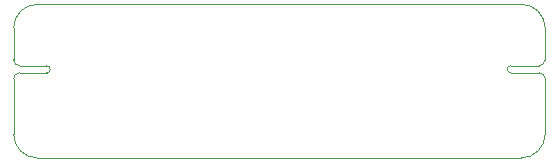
<source format=gbr>
%TF.GenerationSoftware,KiCad,Pcbnew,7.0.9*%
%TF.CreationDate,2024-06-23T02:13:20+02:00*%
%TF.ProjectId,board,626f6172-642e-46b6-9963-61645f706362,rev?*%
%TF.SameCoordinates,Original*%
%TF.FileFunction,Profile,NP*%
%FSLAX46Y46*%
G04 Gerber Fmt 4.6, Leading zero omitted, Abs format (unit mm)*
G04 Created by KiCad (PCBNEW 7.0.9) date 2024-06-23 02:13:20*
%MOMM*%
%LPD*%
G01*
G04 APERTURE LIST*
%TA.AperFunction,Profile*%
%ADD10C,0.050000*%
%TD*%
G04 APERTURE END LIST*
D10*
X142000000Y-90000000D02*
X183000000Y-90000000D01*
X183000000Y-103000000D02*
G75*
G03*
X185000000Y-101000000I0J2000000D01*
G01*
X183000000Y-103000000D02*
X142000000Y-103000000D01*
X185000000Y-92000000D02*
G75*
G03*
X183000000Y-90000000I-2000000J0D01*
G01*
X140000000Y-101000000D02*
G75*
G03*
X142000000Y-103000000I2000000J0D01*
G01*
X185000000Y-92500000D02*
X185000000Y-92000000D01*
X140000000Y-92500000D02*
X140000000Y-92000000D01*
X140000000Y-101000000D02*
X140000000Y-100500000D01*
X142000000Y-90000000D02*
G75*
G03*
X140000000Y-92000000I0J-2000000D01*
G01*
X185000000Y-101000000D02*
X185000000Y-100500000D01*
%TO.C,J1*%
X185000000Y-92500000D02*
X185000000Y-94700000D01*
X184500000Y-95200000D02*
X182100000Y-95200000D01*
X182100000Y-95800000D02*
X184500000Y-95800000D01*
X185000000Y-96300000D02*
X185000000Y-100500000D01*
X184500000Y-95200000D02*
G75*
G03*
X185000000Y-94700000I-1J500001D01*
G01*
X185000000Y-96300000D02*
G75*
G03*
X184500000Y-95800000I-500001J-1D01*
G01*
X182100000Y-95200000D02*
G75*
G03*
X182100000Y-95800000I0J-300000D01*
G01*
%TO.C,J2*%
X140000000Y-92500000D02*
X140000000Y-94700000D01*
X142800000Y-95200000D02*
X140500000Y-95200000D01*
X140500000Y-95800000D02*
X142800000Y-95800000D01*
X140000000Y-96300000D02*
X140000000Y-100500000D01*
X142800000Y-95800000D02*
G75*
G03*
X142800000Y-95200000I0J300000D01*
G01*
X140000000Y-94700000D02*
G75*
G03*
X140500000Y-95200000I500001J1D01*
G01*
X140500000Y-95800000D02*
G75*
G03*
X140000000Y-96300000I1J-500001D01*
G01*
%TD*%
M02*

</source>
